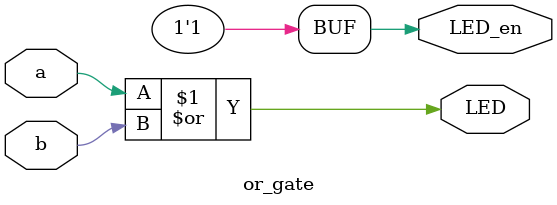
<source format=v>

(* top *) module or_gate(
  (* iopad_external_pin *) output LED,
  (* iopad_external_pin *) output LED_en,
  (* iopad_external_pin *) input a,  
  (* iopad_external_pin *) input b,  
  );
  
  assign LED_en = 1'b1;
  assign LED = a | b;
  
endmodule

</source>
